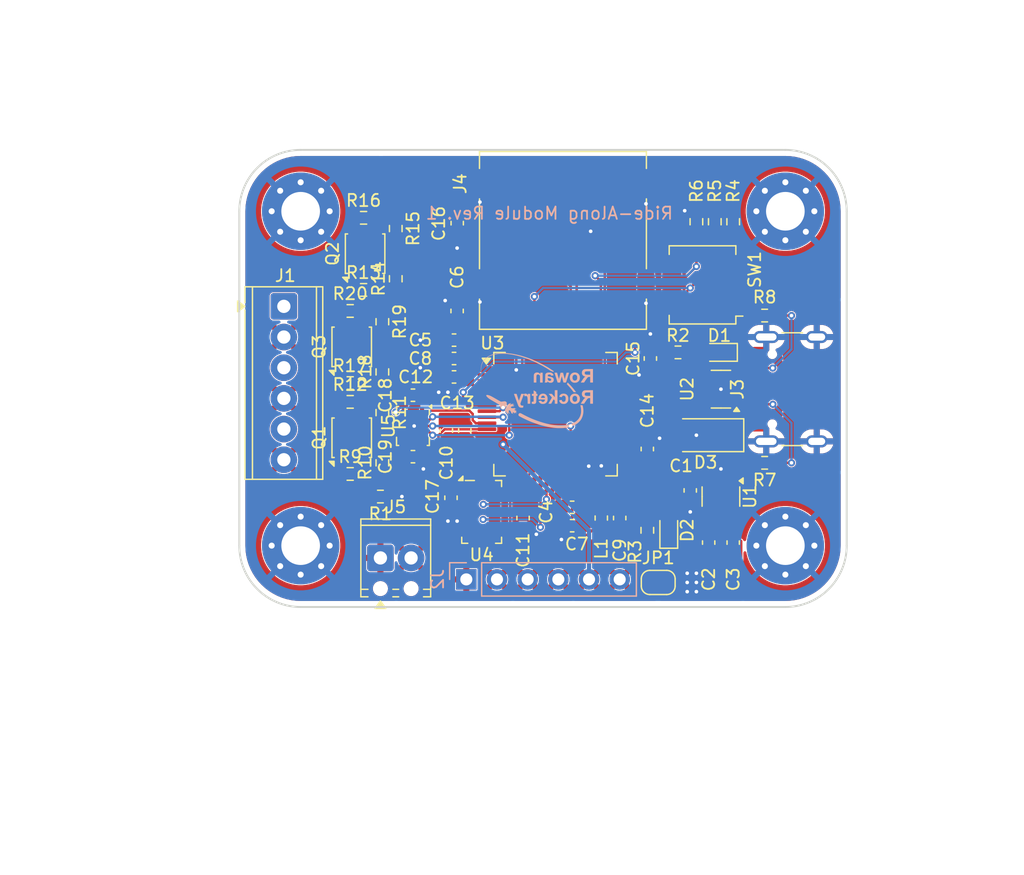
<source format=kicad_pcb>
(kicad_pcb (version 20241229) (generator "pcbnew") (generator_version "9.0")
  (layers (0 "F.Cu" signal) (2 "B.Cu" signal) (13 "F.Paste" user) (15 "B.Paste" user) (5 "F.SilkS" user "F.Silkscreen") (7 "B.SilkS" user "B.Silkscreen") (1 "F.Mask" user) (3 "B.Mask" user) (25 "Edge.Cuts" user))
  (net 0 "")
  (net 1 "/MCU/VDDSMPS")
  (net 2 "GNDD")
  (net 3 "+3.3V")
  (net 4 "/MCU/VDD11")
  (net 5 "+12V")
  (net 6 "GNDA")
  (net 7 "/MCU/VDDA")
  (net 8 "/MCU/VBAT")
  (net 9 "/V_USB")
  (net 10 "/NRST")
  (net 11 "/MCU/SD_CLK")
  (net 12 "/MCU/SD_DAT0")
  (net 13 "/MCU/SD_CMD")
  (net 14 "/MCU/USB_DP")
  (net 15 "/MCU/USB_DN")
  (net 16 "/BOOT0")
  (net 17 "/SD_EJECT")
  (net 18 "/IMU Sensors/pres_mosi")
  (net 19 "/IMU Sensors/imu_int2")
  (net 20 "Net-(D1-A)")
  (net 21 "/IMU Sensors/imu_miso")
  (net 22 "/MicroSD Card/SD_DAT2")
  (net 23 "/IMU Sensors/pres_miso")
  (net 24 "/IMU Sensors/imu_sclk")
  (net 25 "/IMU Sensors/pres_sclk")
  (net 26 "/IMU Sensors/imu_int1")
  (net 27 "/IMU Sensors/pres_cs")
  (net 28 "/IMU Sensors/imu_mosi")
  (net 29 "/IMU Sensors/imu_cs")
  (net 32 "/MicroSD Card/SD_DAT3")
  (net 33 "/MicroSD Card/SD_DAT1")
  (net 36 "Net-(U1-BP)")
  (net 37 "Net-(D2-A)")
  (net 38 "/Pyro Controller 2/Out")
  (net 39 "/Pyro Controller 1/Out")
  (net 40 "/Valve Controller/Out")
  (net 41 "Net-(J3-D--PadA7)")
  (net 42 "Net-(J3-CC2)")
  (net 43 "Net-(J3-D+-PadA6)")
  (net 46 "Net-(J3-CC1)")
  (net 47 "Net-(U3-VLXSMPS)")
  (net 48 "Net-(Q1-G)")
  (net 49 "Net-(Q2-G)")
  (net 50 "Net-(Q3-G)")
  (net 51 "/Pyro Controller 2/Fire")
  (net 52 "/Pyro Controller 2/Continutity")
  (net 53 "/Valve Controller/Fire")
  (net 54 "/Valve Controller/Continutity")
  (net 55 "/Pyro Controller 1/Fire")
  (net 56 "/Pyro Controller 1/Continutity")
  (net 88 "/Recovery Power")
  (footprint "Resistor_SMD:R_0603_1608Metric_Pad0.98x0.95mm_HandSolder" (layer "F.Cu") (at 127.161 77.978 90)
    (property "Reference" "R10")
    (property "Value" "1k")
  )
  (footprint "Resistor_SMD:R_0603_1608Metric_Pad0.98x0.95mm_HandSolder" (layer "F.Cu") (at 125.606 63.661)
    (property "Reference" "R13")
    (property "Value" "3.3k")
  )
  (footprint "Package_SO:Vishay_PowerPAK_1212-8_Single" (layer "F.Cu") (at 124.624 68.3755 90)
    (property "Reference" "Q3")
    (property "Value" "SiS454DN")
  )
  (footprint "MountingHole:MountingHole_3.2mm_M3_Pad_Via" (layer "F.Cu") (at 160.528 84.836)
    (property "Reference" "H1" (hide yes))
    (property "Value" "MountingHole_Pad")
  )
  (footprint "Resistor_SMD:R_0603_1608Metric_Pad0.98x0.95mm_HandSolder" (layer "F.Cu") (at 124.497 65.405)
    (property "Reference" "R20")
    (property "Value" "1k")
  )
  (footprint "Capacitor_SMD:C_0603_1608Metric_Pad1.08x0.95mm_HandSolder" (layer "F.Cu") (at 132.461 75.311 90)
    (property "Reference" "C10")
    (property "Value" "1uF")
  )
  (footprint "TerminalBlock_Phoenix:TerminalBlock_Phoenix_MPT-0,5-6-2.54_1x06_P2.54mm_Horizontal" (layer "F.Cu") (at 119.0045 65.024 -90)
    (property "Reference" "J1")
    (property "Value" "Screw_Terminal_01x08")
  )
  (footprint "Resistor_SMD:R_0603_1608Metric_Pad0.98x0.95mm_HandSolder" (layer "F.Cu") (at 124.497 72.932)
    (property "Reference" "R12")
    (property "Value" "1k")
  )
  (footprint "Resistor_SMD:R_0603_1608Metric_Pad0.98x0.95mm_HandSolder" (layer "F.Cu") (at 153.162 58.0155 90)
    (property "Reference" "R6")
    (property "Value" "10k")
  )
  (footprint "Resistor_SMD:R_0603_1608Metric" (layer "F.Cu") (at 151.638 68.834)
    (property "Reference" "R2")
    (property "Value" "1k")
  )
  (footprint "Package_SO:Vishay_PowerPAK_1212-8_Single" (layer "F.Cu") (at 124.624 75.9025 90)
    (property "Reference" "Q1")
    (property "Value" "SiS454DN")
  )
  (footprint "MountingHole:MountingHole_3.2mm_M3_Pad_Via" (layer "F.Cu") (at 120.396 57.15)
    (property "Reference" "H4" (hide yes))
    (property "Value" "MountingHole_Pad")
  )
  (footprint "Capacitor_SMD:C_0603_1608Metric" (layer "F.Cu") (at 152.654 80.264 -90)
    (property "Reference" "C1")
    (property "Value" "1uF")
  )
  (footprint "Package_LGA:LGA-8_3x5mm_P1.25mm" (layer "F.Cu") (at 135.382 82.042)
    (property "Reference" "U4")
    (property "Value" "MS5607-02BA")
  )
  (footprint "Capacitor_SMD:C_0603_1608Metric_Pad1.08x0.95mm_HandSolder" (layer "F.Cu") (at 133.096 70.866 180)
    (property "Reference" "C12")
    (property "Value" "100nF")
  )
  (footprint "Capacitor_SMD:C_0603_1608Metric" (layer "F.Cu") (at 154.178 84.582 -90)
    (property "Reference" "C2")
    (property "Value" "0.01uF")
  )
  (footprint "Package_LGA:LGA-14_3x2.5mm_P0.5mm_LayoutBorder3x4y" (layer "F.Cu") (at 129.6935 74.93 -90)
    (property "Reference" "U5")
    (property "Value" "LSM6DSL")
  )
  (footprint "MountingHole:MountingHole_3.2mm_M3_Pad_Via" (layer "F.Cu") (at 120.396 84.836)
    (property "Reference" "H3" (hide yes))
    (property "Value" "MountingHole_Pad")
  )
  (footprint "Resistor_SMD:R_0603_1608Metric_Pad0.98x0.95mm_HandSolder" (layer "F.Cu") (at 128.27 62.738 90)
    (property "Reference" "R14")
    (property "Value" "1k")
  )
  (footprint "Capacitor_SMD:C_0603_1608Metric_Pad1.08x0.95mm_HandSolder" (layer "F.Cu") (at 142.875 81.661 180)
    (property "Reference" "C4")
    (property "Value" "10uF")
  )
  (footprint "Resistor_SMD:R_0603_1608Metric_Pad0.98x0.95mm_HandSolder" (layer "F.Cu") (at 125.606 57.692)
    (property "Reference" "R16")
    (property "Value" "1k")
  )
  (footprint "Capacitor_SMD:C_0603_1608Metric" (layer "F.Cu") (at 156.21 84.582 -90)
    (property "Reference" "C3")
    (property "Value" "1uF")
  )
  (footprint "Resistor_SMD:R_0603_1608Metric_Pad0.98x0.95mm_HandSolder" (layer "F.Cu") (at 127.161 66.294 -90)
    (property "Reference" "R19")
    (property "Value" "1k")
  )
  (footprint "Resistor_SMD:R_0603_1608Metric" (layer "F.Cu") (at 127 80.772 180)
    (property "Reference" "R1")
    (property "Value" "1k")
  )
  (footprint "Resistor_SMD:R_0603_1608Metric_Pad0.98x0.95mm_HandSolder" (layer "F.Cu") (at 154.686 58.0155 90)
    (property "Reference" "R5")
    (property "Value" "10k")
  )
  (footprint "Resistor_SMD:R_0603_1608Metric" (layer "F.Cu") (at 158.813 65.786 180)
    (property "Reference" "R8")
    (property "Value" "5.1k")
  )
  (footprint "Package_TO_SOT_SMD:SOT-23-5" (layer "F.Cu") (at 155.194 80.772 -90)
    (property "Reference" "U1")
    (property "Value" "TC2185-3.3VxCTTR")
  )
  (footprint "Resistor_SMD:R_0603_1608Metric" (layer "F.Cu") (at 158.813 77.978 180)
    (property "Reference" "R7")
    (property "Value" "5.1k")
  )
  (footprint "Jumper:SolderJumper-2_P1.3mm_Open_RoundedPad1.0x1.5mm" (layer "F.Cu") (at 150.002 87.884 180)
    (property "Reference" "JP1")
    (property "Value" "SolderJumper_2_Open")
  )
  (footprint "Resistor_SMD:R_0603_1608Metric_Pad0.98x0.95mm_HandSolder" (layer "F.Cu") (at 128.27 58.581 -90)
    (property "Reference" "R15")
    (property "Value" "1k")
  )
  (footprint "Resistor_SMD:R_0603_1608Metric_Pad0.98x0.95mm_HandSolder" (layer "F.Cu") (at 124.497 78.901)
    (property "Reference" "R9")
    (property "Value" "3.3k")
  )
  (footprint "TerminalBlock_Phoenix:TerminalBlock_Phoenix_MPT-0,5-2-2.54_1x02_P2.54mm_Horizontal" (layer "F.Cu") (at 127 85.852)
    (property "Reference" "J5")
    (property "Value" "Screw_Terminal_01x02")
  )
  (footprint "MountingHole:MountingHole_3.2mm_M3_Pad_Via" (layer "F.Cu") (at 160.528 57.15)
    (property "Reference" "H2" (hide yes))
    (property "Value" "MountingHole_Pad")
  )
  (footprint "Capacitor_SMD:C_0603_1608Metric_Pad1.08x0.95mm_HandSolder" (layer "F.Cu") (at 133.359 58.1345 -90)
    (property "Reference" "C16")
    (property "Value" "10u")
  )
  (footprint "Capacitor_SMD:C_0603_1608Metric_Pad1.08x0.95mm_HandSolder" (layer "F.Cu") (at 133.096 69.342 180)
    (property "Reference" "C8")
    (property "Value" "100nF")
  )
  (footprint "Capacitor_SMD:C_0603_1608Metric_Pad1.08x0.95mm_HandSolder" (layer "F.Cu") (at 149.098 76.835 90)
    (property "Reference" "C14")
    (property "Value" "100nF")
  )
  (footprint "Package_TO_SOT_SMD:SOT-23-6" (layer "F.Cu") (at 155.194 71.882 180)
    (property "Reference" "U2")
    (property "Value" "USBLC6-2SC6")
  )
  (footprint "Resistor_SMD:R_0603_1608Metric_Pad0.98x0.95mm_HandSolder" (layer "F.Cu") (at 127.161 73.821 -90)
    (property "Reference" "R11")
    (property "Value" "1k")
  )
  (footprint "Button_Switch_SMD:SW_DIP_SPSTx04_Slide_Copal_CHS-04A_W5.08mm_P1.27mm_JPin" (layer "F.Cu") (at 153.67 63.246 180)
    (property "Reference" "SW1")
    (property "Value" "SW_DIP_x03")
  )
  (footprint "Capacitor_SMD:C_0603_1608Metric_Pad1.08x0.95mm_HandSolder" (layer "F.Cu") (at 133.985 75.311 90)
    (property "Reference" "C13")
    (property "Value" "100nF")
  )
  (footprint "Capacitor_SMD:C_0603_1608Metric_Pad1.08x0.95mm_HandSolder" (layer "F.Cu") (at 142.875 83.185 180)
    (property "Reference" "C7")
    (property "Value" "100nF")
  )
  (footprint "Capacitor_SMD:C_0603_1608Metric_Pad1.08x0.95mm_HandSolder" (layer "F.Cu") (at 133.35 65.405 90)
    (property "Reference" "C6")
    (property "Value" "2.2uF")
  )
  (footprint "Capacitor_SMD:C_0603_1608Metric_Pad1.08x0.95mm_HandSolder" (layer "F.Cu") (at 138.811 82.55 -90)
    (property "Reference" "C11")
    (property "Value" "100nF")
  )
  (footprint "Connector_Card:microSD_HC_Molex_47219-2001" (layer "F.Cu") (at 142.113 59.563)
    (property "Reference" "J4")
    (property "Value" "Micro_SD_Card")
  )
  (footprint "Resistor_SMD:R_0603_1608Metric_Pad0.98x0.95mm_HandSolder" (layer "F.Cu") (at 127.161 70.451 90)
    (property "Reference" "R18")
    (property "Value" "1k")
  )
  (footprint "Capacitor_SMD:C_0603_1608Metric_Pad1.08x0.95mm_HandSolder" (layer "F.Cu") (at 129.6935 77.47)
    (property "Reference" "C19")
    (property "Value" "100nF")
  )
  (footprint "Resistor_SMD:R_0603_1608Metric_Pad0.98x0.95mm_HandSolder" (layer "F.Cu") (at 156.21 58.0155 90)
    (property "Reference" "R4")
    (property "Value" "10k")
  )
  (footprint "Capacitor_SMD:C_0603_1608Metric_Pad1.08x0.95mm_HandSolder" (layer "F.Cu") (at 132.842 80.8725 -90)
    (property "Reference" "C17")
    (property "Value" "100nF")
  )
  (footprint "Capacitor_SMD:C_0603_1608Metric_Pad1.08x0.95mm_HandSolder" (layer "F.Cu") (at 146.812 82.55 -90)
    (property "Reference" "C9")
    (property "Value" "2.2uF")
  )
  (footprint "Resistor_SMD:R_0603_1608Metric" (layer "F.Cu") (at 149.098 83.566 -90)
    (property "Reference" "R3")
    (property "Value" "1k")
  )
  (footprint "LED_SMD:LED_0603_1608Metric" (layer "F.Cu") (at 150.876 83.566 90)
    (property "Reference" "D2")
    (property "Value" "LED")
  )
  (footprint "LED_SMD:LED_0603_1608Metric" (layer "F.Cu") (at 155.067 68.834 180)
    (property "Reference" "D1")
    (property "Value" "LED")
  )
  (footprint "Capacitor_SMD:C_0603_1608Metric_Pad1.08x0.95mm_HandSolder" (layer "F.Cu") (at 129.6935 72.3795)
    (property "Reference" "C18")
    (property "Value" "10uF")
  )
  (footprint "Capacitor_SMD:C_0603_1608Metric_Pad1.08x0.95mm_HandSolder" (layer "F.Cu") (at 133.096 67.818 180)
    (property "Reference" "C5")
    (property "Value" "10uF")
  )
  (footprint "Diode_SMD:D_SOD-128" (layer "F.Cu") (at 153.924 75.692 180)
    (property "Reference" "D3")
    (property "Value" "VS5V0UA1LAMTR")
  )
  (footprint "Resistor_SMD:R_0603_1608Metric_Pad0.98x0.95mm_HandSolder" (layer "F.Cu") (at 124.497 71.374)
    (property "Reference" "R17")
    (property "Value" "3.3k")
  )
  (footprint "Package_SO:Vishay_PowerPAK_1212-8_Single" (layer "F.Cu") (at 125.733 60.6625 90)
    (property "Reference" "Q2")
    (property "Value" "SiS454DN")
  )
  (footprint "Connector_USB:USB_C_Receptacle_GCT_USB4105-xx-A_16P_TopMnt_Horizontal" (layer "F.Cu") (at 162.052 71.882 90)
    (property "Reference" "J3")
    (property "Value" "USB_C_Receptacle_USB2.0_16P")
  )
  (footprint "Inductor_SMD:L_0603_1608Metric_Pad1.05x0.95mm_HandSolder" (layer "F.Cu") (at 145.288 82.55 -90)
    (property "Reference" "L1")
    (property "Value" "2.2uH")
  )
  (footprint "Package_QFP:LQFP-64_10x10mm_P0.5mm" (layer "F.Cu") (at 141.499 73.951)
    (property "Reference" "U3")
    (property "Value" "STM32U545RETxQ")
  )
  (footprint "Capacitor_SMD:C_0603_1608Metric_Pad1.08x0.95mm_HandSolder" (layer "F.Cu") (at 149.352 69.342 90)
    (property "Reference" "C15")
    (property "Value" "100nF")
  )
  (footprint "LOGO" (layer "B.Cu") (at 139.954 71.755 180)
    (property "Reference" "G***" (hide yes))
    (property "Value" "LOGO" (hide yes))
  )
  (footprint "Connector_PinHeader_2.54mm:PinHeader_1x06_P2.54mm_Vertical" (layer "B.Cu") (at 134.112 87.63 -90)
    (property "Reference" "J2")
    (property "Value" "Conn_01x06_Pin")
  )
  (gr_line (start 160.528 52.069998) (end 120.396002 52.069998) (stroke (width 0.16)) (layer "Edge.Cuts"))
  (gr_arc (start 115.316 57.15) (mid 116.803898 53.557897) (end 120.396002 52.069998) (stroke (width 0.16)) (layer "Edge.Cuts"))
  (gr_line (start 115.316 57.15) (end 115.316 84.836) (stroke (width 0.16)) (layer "Edge.Cuts"))
  (gr_line (start 120.396002 89.916002) (end 160.528 89.916002) (stroke (width 0.16)) (layer "Edge.Cuts"))
  (gr_line (start 165.608002 84.836) (end 165.608002 57.15) (stroke (width 0.16)) (layer "Edge.Cuts"))
  (gr_arc (start 160.528 52.069998) (mid 164.120104 53.557896) (end 165.608002 57.15) (stroke (width 0.16)) (layer "Edge.Cuts"))
  (gr_arc (start 165.608002 84.836) (mid 164.120104 88.428104) (end 160.528 89.916002) (stroke (width 0.16)) (layer "Edge.Cuts"))
  (gr_arc (start 120.396002 89.916002) (mid 116.803897 88.428105) (end 115.316 84.836) (stroke (width 0.16)) (layer "Edge.Cuts"))
  (gr_text "Ride-Along Module Rev. 1" (at 140.987 57.912 -0) (layer "B.SilkS") (effects (font (size 1.016 1.016) (thickness 0.145143)) (justify bottom mirror)))
  (segment (start 143.761 79.638) (end 143.749 79.626) (width 0.2) (layer "F.Cu") (net 1))
  (segment (start 133.359 58.997) (end 133.359 60.189) (width 0.2) (layer "F.Cu") (net 2))
  (segment (start 150.0875 75.9725) (end 150.114 75.946) (width 0.2) (layer "F.Cu") (net 2))
  (segment (start 149.098 75.9725) (end 150.0875 75.9725) (width 0.2) (layer "F.Cu") (net 2))
  (segment (start 133.35 64.5425) (end 132.3605 64.5425) (width 0.2) (layer "F.Cu") (net 2))
  (segment (start 127.825 80.772) (end 128.778 80.772) (width 0.2) (layer "F.Cu") (net 2))
  (segment (start 148.988 54.863) (end 148.988 56.532) (width 0.2) (layer "F.Cu") (net 2))
  (segment (start 148.298 70.701) (end 147.174 70.701) (width 0.2) (layer "F.Cu") (net 2))
  (segment (start 155.194 79.6345) (end 155.194 78.486) (width 0.2) (layer "F.Cu") (net 2))
  (segment (start 145.249 78.271) (end 145.249 79.626) (width 0.2) (layer "F.Cu") (net 2))
  (segment (start 156.3315 71.882) (end 155.194 71.882) (width 0.2) (layer "F.Cu") (net 2))
  (segment (start 135.238 54.863) (end 135.238 56.388) (width 0.2) (layer "F.Cu") (net 2))
  (segment (start 152.654 81.039) (end 152.654 82.042) (width 0.2) (layer "F.Cu") (net 2))
  (segment (start 151.724 75.692) (end 153.162 75.692) (width 0.2) (layer "F.Cu") (net 2))
  (segment (start 135.238 56.388) (end 135.238 56.498) (width 0.2) (layer "F.Cu") (net 2))
  (segment (start 130.556 77.47) (end 130.556 78.486) (width 0.2) (layer "F.Cu") (net 2))
  (segment (start 154.686 57.103) (end 152.193 57.103) (width 0.2) (layer "F.Cu") (net 2))
  (segment (start 133.359 60.189) (end 133.35 60.198) (width 0.2) (layer "F.Cu") (net 2))
  (segment (start 148.988 64.77) (end 148.988 64.88) (width 0.2) (layer "F.Cu") (net 2))
  (segment (start 144.408 57.463) (end 144.408 58.81) (width 0.2) (layer "F.Cu") (net 2))
  (segment (start 135.238 63.163) (end 135.238 64.66) (width 0.2) (layer "F.Cu") (net 2))
  (segment (start 139.909427 83.896757) (end 139.42517 83.4125) (width 0.2) (layer "F.Cu") (net 2))
  (segment (start 148.988 63.163) (end 148.988 64.77) (width 0.2) (layer "F.Cu") (net 2))
  (segment (start 149.352 68.4795) (end 149.352 67.31) (width 0.2) (layer "F.Cu") (net 2))
  (segment (start 144.249 78.255) (end 144.249 79.626) (width 0.2) (layer "F.Cu") (net 2))
  (segment (start 138.249 68.276) (end 138.249 70.285) (width 0.2) (layer "F.Cu") (net 2))
  (segment (start 145.288 78.232) (end 145.249 78.271) (width 0.2) (layer "F.Cu") (net 2))
  (segment (start 139.42517 83.4125) (end 138.811 83.4125) (width 0.2) (layer "F.Cu") (net 2))
  (via (at 132.3605 64.5425) (size 0.6) (drill 0.3) (layers "F.Cu" "B.Cu") (net 2))
  (via (at 155.194 78.486) (size 0.6) (drill 0.3) (layers "F.Cu" "B.Cu") (net 2))
  (via (at 152.4 87.884) (size 0.6) (drill 0.3) (layers "F.Cu" "B.Cu") (net 2))
  (via (at 130.302 70.104) (size 0.6) (drill 0.3) (layers "F.Cu" "B.Cu") (net 2))
  (via (at 150.114 75.946) (size 0.6) (drill 0.3) (layers "F.Cu" "B.Cu") (net 2))
  (via (at 133.35 60.198) (size 0.6) (drill 0.3) (layers "F.Cu" "B.Cu") (net 2))
  (via (at 138.249 70.285) (size 0.6) (drill 0.3) (layers "F.Cu" "B.Cu") (net 2))
  (via (at 132.588 72.136) (size 0.6) (drill 0.3) (layers "F.Cu" "B.Cu") (net 2))
  (via (at 152.4 88.646) (size 0.6) (drill 0.3) (layers "F.Cu" "B.Cu") (net 2))
  (via (at 131.826 72.136) (size 0.6) (drill 0.3) (layers "F.Cu" "B.Cu") (net 2))
  (via (at 135.238 64.66) (size 0.6) (drill 0.3) (layers "F.Cu" "B.Cu") (net 2))
  (via (at 148.988 64.77) (size 0.6) (drill 0.3) (layers "F.Cu" "B.Cu") (net 2))
  (via (at 129.794 74.93) (size 0.6) (drill 0.3) (layers "F.Cu" "B.Cu") (net 2))
  (via (at 144.408 58.81) (size 0.6) (drill 0.3) (layers "F.Cu" "B.Cu") (net 2))
  (via (at 130.302 67.818) (size 0.6) (drill 0.3) (layers "F.Cu" "B.Cu") (net 2))
  (via (at 135.238 56.388) (size 0.6) (drill 0.3) (layers "F.Cu" "B.Cu") (net 2))
  (via (at 130.556 78.486) (size 0.6) (drill 0.3) (layers "F.Cu" "B.Cu") (net 2))
  (via (at 132.588 82.804) (size 0.6) (drill 0.3) (layers "F.Cu" "B.Cu") (net 2))
  (via (at 153.162 87.122) (size 0.6) (drill 0.3) (layers "F.Cu" "B.Cu") (net 2))
  (via (at 141.986 84.328) (size 0.6) (drill 0.3) (layers "F.Cu" "B.Cu") (net 2))
  (via (at 153.162 75.692) (size 0.6) (drill 0.3) (layers "F.Cu" "B.Cu") (net 2))
  (via (at 133.35 82.804) (size 0.6) (drill 0.3) (layers "F.Cu" "B.Cu") (net 2))
  (via (at 149.352 67.31) (size 0.6) (drill 0.3) (layers "F.Cu" "B.Cu") (net 2))
  (via (at 128.778 80.772) (size 0.6) (drill 0.3) (layers "F.Cu" "B.Cu") (net 2))
  (via (at 148.4122 70.701) (size 0.6) (drill 0.3) (layers "F.Cu" "B.Cu") (net 2))
  (via (at 139.909427 83.896757) (size 0.6) (drill 0.3) (layers "F.Cu" "B.Cu") (net 2))
  (via (at 148.988 56.532) (size 0.6) (drill 0.3) (layers "F.Cu" "B.Cu") (net 2))
  (via (at 152.654 82.042) (size 0.6) (drill 0.3) (layers "F.Cu" "B.Cu") (net 2))
  (via (at 152.4 87.122) (size 0.6) (drill 0.3) (layers "F.Cu" "B.Cu") (net 2))
  (via (at 155.194 71.882) (size 0.6) (drill 0.3) (layers "F.Cu" "B.Cu") (net 2))
  (via (at 153.162 88.646) (size 0.6) (drill 0.3) (layers "F.Cu" "B.Cu") (net 2))
  (via (at 152.193 57.103) (size 0.6) (drill 0.3) (layers "F.Cu" "B.Cu") (net 2))
  (via (at 145.288 78.232) (size 0.6) (drill 0.3) (layers "F.Cu" "B.Cu") (net 2))
  (via (at 153.162 87.884) (size 0.6) (drill 0.3) (layers "F.Cu" "B.Cu") (net 2))
  (via (at 144.249 78.255) (size 0.6) (drill 0.3) (layers "F.Cu" "B.Cu") (net 2))
  (segment (start 156.144 81.9095) (end 156.144 83.741) (width 0.2) (layer "F.Cu") (net 3))
  (segment (start 156.144 83.741) (end 156.21 83.807) (width 0.2) (layer "F.Cu") (net 3))
  (segment (start 138.749 73.217) (end 138.749 68.276) (width 0.2) (layer "F.Cu") (net 4))
  (segment (start 143.764 74.422) (end 139.954 74.422) (width 0.2) (layer "F.Cu") (net 4))
  (segment (start 138.749 66.994) (end 138.0225 66.2675) (width 0.2) (layer "F.Cu") (net 4))
  (segment (start 144.749 75.407) (end 143.764 74.422) (width 0.2) (layer "F.Cu") (net 4))
  (segment (start 138.749 68.276) (end 138.749 66.994) (width 0.2) (layer "F.Cu") (net 4))
  (segment (start 144.749 79.626) (end 144.749 75.407) (width 0.2) (layer "F.Cu") (net 4))
  (segment (start 139.954 74.422) (end 138.749 73.217) (width 0.2) (layer "F.Cu") (net 4))
  (segment (start 138.0225 66.2675) (end 133.35 66.2675) (width 0.2) (layer "F.Cu") (net 4))
  (via (at 137.16 76.454) (size 0.6) (drill 0.3) (layers "F.Cu" "B.Cu") (net 6))
  (segment (start 144.272 83.566) (end 137.16 76.454) (width 0.3556) (layer "B.Cu") (net 6))
  (segment (start 144.272 87.884) (end 144.272 83.566) (width 0.3556) (layer "B.Cu") (net 6))
  (segment (start 150.46 70.203) (end 148.844 70.203) (width 0.1778) (layer "F.Cu") (net 9))
  (segment (start 150.813 69.85) (end 150.813 68.834) (width 0.1778) (layer "F.Cu") (net 9))
  (segment (start 150.813 69.85) (end 156.718 69.85) (width 0.1778) (layer "F.Cu") (net 9))
  (segment (start 157.086 69.482) (end 158.372 69.482) (width 0.1778) (layer "F.Cu") (net 9))
  (segment (start 150.813 68.9215) (end 150.7255 68.834) (width 0.1778) (layer "F.Cu") (net 9))
  (segment (start 150.813 69.85) (end 150.46 70.203) (width 0.1778) (layer "F.Cu") (net 9))
  (segment (start 148.842 70.201) (end 148.844 70.203) (width 0.1778) (layer "F.Cu") (net 9))
  (segment (start 147.174 70.201) (end 148.842 70.201) (width 0.1778) (layer "F.Cu") (net 9))
  (segment (start 156.718 69.85) (end 157.086 69.482) (width 0.1778) (layer "F.Cu") (net 9))
  (segment (start 156.21 58.928) (end 156.21 59.944) (width 0.2) (layer "F.Cu") (net 10))
  (segment (start 134.161 73.201) (end 133.858 72.898) (width 0.2) (layer "F.Cu") (net 10))
  (segment (start 155.194 60.96) (end 155.194 62.23) (width 0.2) (layer "F.Cu") (net 10))
  (segment (start 148.082 66.802) (end 149.733 65.151) (width 0.2) (layer "F.Cu") (net 10))
  (segment (start 148.082 68.834) (end 148.082 66.802) (width 0.2) (layer "F.Cu") (net 10))
  (segment (start 149.733 65.151) (end 151.13 65.151) (width 0.2) (layer "F.Cu") (net 10))
  (segment (start 155.194 62.23) (end 152.273 65.151) (width 0.2) (layer "F.Cu") (net 10))
  (segment (start 133.858 72.898) (end 133.858 72.136) (width 0.2) (layer "F.Cu") (net 10))
  (segment (start 156.21 59.944) (end 155.194 60.96) (width 0.2) (layer "F.Cu") (net 10))
  (segment (start 135.824 73.201) (end 134.161 73.201) (width 0.2) (layer "F.Cu") (net 10))
  (segment (start 152.273 65.151) (end 151.13 65.151) (width 0.2) (layer "F.Cu") (net 10))
  (via (at 148.082 68.834) (size 0.6) (drill 0.3) (layers "F.Cu" "B.Cu") (net 10))
  (via (at 133.858 72.136) (size 0.6) (drill 0.3) (layers "F.Cu" "B.Cu") (net 10))
  (segment (start 147.32 68.834) (end 146.558 69.596) (width 0.2) (layer "B.Cu") (net 10))
  (segment (start 136.398 69.596) (end 133.858 72.136) (width 0.2) (layer "B.Cu") (net 10))
  (segment (start 146.558 69.596) (end 136.398 69.596) (width 0.2) (layer "B.Cu") (net 10))
  (segment (start 148.082 68.834) (end 147.32 68.834) (width 0.2) (layer "B.Cu") (net 10))
  (segment (start 143.249 57.531) (end 143.181 57.463) (width 0.2) (layer "F.Cu") (net 11))
  (segment (start 143.249 68.276) (end 143.249 57.531) (width 0.2) (layer "F.Cu") (net 11))
  (segment (start 145.948 74.701) (end 145.5762 74.3292) (width 0.2) (layer "F.Cu") (net 12))
  (segment (start 145.5762 74.3292) (end 145.5762 57.6582) (width 0.2) (layer "F.Cu") (net 12))
  (segment (start 145.5762 57.6582) (end 145.381 57.463) (width 0.2) (layer "F.Cu") (net 12))
  (segment (start 147.174 74.701) (end 145.948 74.701) (width 0.2) (layer "F.Cu") (net 12))
  (segment (start 141.097 57.579) (end 140.981 57.463) (width 0.2) (layer "F.Cu") (net 13))
  (segment (start 142.749 63.374) (end 141.097 61.722) (width 0.2) (layer "F.Cu") (net 13))
  (segment (start 142.749 68.276) (end 142.749 63.374) (width 0.2) (layer "F.Cu") (net 13))
  (segment (start 141.097 61.722) (end 141.097 57.579) (width 0.2) (layer "F.Cu") (net 13))
  (segment (start 152.327 71.701) (end 147.174 71.701) (width 0.2) (layer "F.Cu") (net 14))
  (segment (start 154.0565 70.932) (end 153.096 70.932) (width 0.2) (layer "F.Cu") (net 14))
  (segment (start 153.096 70.932) (end 152.327 71.701) (width 0.2) (layer "F.Cu") (net 14))
  (segment (start 152.338 72.201) (end 147.174 72.201) (width 0.2) (layer "F.Cu") (net 15))
  (segment (start 152.969 72.832) (end 152.338 72.201) (width 0.2) (layer "F.Cu") (net 15))
  (segment (start 154.0565 72.832) (end 152.969 72.832) (width 0.2) (layer "F.Cu") (net 15))
  (segment (start 152.654 63.5) (end 154.686 61.468) (width 0.2) (layer "F.Cu") (net 16))
  (segment (start 152.273 63.881) (end 152.654 63.5) (width 0.2) (layer "F.Cu") (net 16))
  (segment (start 139.749 64.213) (end 139.749 68.276) (width 0.2) (layer "F.Cu") (net 16))
  (segment (start 154.686 61.468) (end 154.686 58.928) (width 0.2) (layer "F.Cu") (net 16))
  (segment (start 151.13 63.881) (end 152.273 63.881) (width 0.2) (layer "F.Cu") (net 16))
  (via (at 152.654 63.5) (size 0.6) (drill 0.3) (layers "F.Cu" "B.Cu") (net 16))
  (via (at 139.749 64.213) (size 0.6) (drill 0.3) (layers "F.Cu" "B.Cu") (net 16))
  (segment (start 140.462 63.5) (end 139.749 64.213) (width 0.2) (layer "B.Cu") (net 16))
  (segment (start 152.654 63.5) (end 140.462 63.5) (width 0.2) (layer "B.Cu") (net 16))
  (segment (start 153.162 61.722) (end 153.162 58.928) (width 0.2) (layer "F.Cu") (net 17))
  (segment (start 145.249 68.276) (end 145.249 62.953) (width 0.2) (layer "F.Cu") (net 17))
  (segment (start 145.249 62.953) (end 144.78 62.484) (width 0.2) (layer "F.Cu") (net 17))
  (segment (start 152.273 62.611) (end 151.13 62.611) (width 0.2) (layer "F.Cu") (net 17))
  (segment (start 153.162 61.722) (end 152.273 62.611) (width 0.2) (layer "F.Cu") (net 17))
  (via (at 144.78 62.484) (size 0.6) (drill 0.3) (layers "F.Cu" "B.Cu") (net 17))
  (via (at 153.162 61.722) (size 0.6) (drill 0.3) (layers "F.Cu" "B.Cu") (net 17))
  (segment (start 152.4 62.484) (end 144.78 62.484) (width 0.2) (layer "B.Cu") (net 17))
  (segment (start 153.162 61.722) (end 152.4 62.484) (width 0.2) (layer "B.Cu") (net 17))
  (segment (start 140.749 80.993) (end 140.749 79.626) (width 0.2) (layer "F.Cu") (net 18))
  (segment (start 136.457 81.417) (end 135.519 81.417) (width 0.2) (layer "F.Cu") (net 18))
  (via (at 140.749 80.993) (size 0.6) (drill 0.3) (layers "F.Cu" "B.Cu") (net 18))
  (via (at 135.519 81.417) (size 0.6) (drill 0.3) (layers "F.Cu" "B.Cu") (net 18))
  (segment (start 140.716 81.026) (end 140.716 81.046) (width 0.2) (layer "B.Cu") (net 18))
  (segment (start 140.749 80.993) (end 140.716 81.026) (width 0.2) (layer "B.Cu") (net 18))
  (segment (start 140.716 81.046) (end 140.345 81.417) (width 0.2) (layer "B.Cu") (net 18))
  (segment (start 140.345 81.417) (end 135.519 81.417) (width 0.2) (layer "B.Cu") (net 18))
  (segment (start 131.318 76.708) (end 129.54 76.708) (width 0.2) (layer "F.Cu") (net 19))
  (segment (start 131.8088 76.2172) (end 131.318 76.708) (width 0.2) (layer "F.Cu") (net 19))
  (segment (start 131.8088 75.695144) (end 131.8088 76.2172) (width 0.2) (layer "F.Cu") (net 19))
  (segment (start 132.045144 75.4588) (end 131.8088 75.695144) (width 0.2) (layer "F.Cu") (net 19))
  (segment (start 129.4435 76.6115) (end 129.4435 76.0925) (width 0.2) (layer "F.Cu") (net 19))
  (segment (start 132.0592 75.4588) (end 132.045144 75.4588) (width 0.2) (layer "F.Cu") (net 19))
  (segment (start 129.54 76.708) (end 129.4435 76.6115) (width 0.2) (layer "F.Cu") (net 19))
  (segment (start 135.824 75.201) (end 132.317 75.201) (width 0.2) (layer "F.Cu") (net 19))
  (segment (start 132.317 75.201) (end 132.0592 75.4588) (width 0.2) (layer "F.Cu") (net 19))
  (segment (start 152.5505 68.834) (end 154.192 68.834) (width 0.2) (layer "F.Cu") (net 20))
  (segment (start 131.064 73.66) (end 134.366 73.66) (width 0.2) (layer "F.Cu") (net 21))
  (segment (start 130.9565 73.7675) (end 131.064 73.66) (width 0.2) (layer "F.Cu") (net 21))
  (segment (start 134.6372 74.4392) (end 134.899 74.701) (width 0.2) (layer "F.Cu") (net 21))
  (segment (start 134.899 74.701) (end 135.824 74.701) (width 0.2) (layer "F.Cu") (net 21))
  (segment (start 134.366 73.66) (end 134.6372 73.9312) (width 0.2) (layer "F.Cu") (net 21))
  (segment (start 134.6372 73.9312) (end 134.6372 74.4392) (width 0.2) (layer "F.Cu") (net 21))
  (segment (start 130.4435 73.7675) (end 130.9565 73.7675) (width 0.2) (layer "F.Cu") (net 21))
  (segment (start 140.249 83.312) (end 140.249 79.626) (width 0.2) (layer "F.Cu") (net 23))
  (segment (start 136.457 82.667) (end 135.499 82.667) (width 0.2) (layer "F.Cu") (net 23))
  (via (at 135.499 82.667) (size 0.6) (drill 0.3) (layers "F.Cu" "B.Cu") (net 23))
  (via (at 140.249 83.312) (size 0.6) (drill 0.3) (layers "F.Cu" "B.Cu") (net 23))
  (segment (start 140.249 83.312) (end 140.228 83.312) (width 0.2) (layer "B.Cu") (net 23))
  (segment (start 140.228 83.312) (end 139.583 82.667) (width 0.2) (layer "B.Cu") (net 23))
  (segment (start 139.583 82.667) (end 135.499 82.667) (width 0.2) (layer "B.Cu") (net 23))
  (segment (start 142.749 79.626) (end 142.749 74.931) (width 0.2) (layer "F.Cu") (net 24))
  (segment (start 130.606 74.93) (end 131.318 74.93) (width 0.2) (layer "F.Cu") (net 24))
  (via (at 142.748 74.93) (size 0.6) (drill 0.3) (layers "F.Cu" "B.Cu") (net 24))
  (via (at 131.318 74.93) (size 0.6) (drill 0.3) (layers "F.Cu" "B.Cu") (net 24))
  (segment (start 131.318 74.93) (end 142.748 74.93) (width 0.2) (layer "B.Cu") (net 24))
  (segment (start 137.003 80.167) (end 136.457 80.167) (width 0.2) (layer "F.Cu") (net 25))
  (segment (start 137.16 77.47) (end 137.16 80.01) (width 0.2) (layer "F.Cu") (net 25))
  (segment (start 136.891 77.201) (end 137.16 77.47) (width 0.2) (layer "F.Cu") (net 25))
  (segment (start 135.824 77.201) (end 136.891 77.201) (width 0.2) (layer "F.Cu") (net 25))
  (segment (start 137.16 80.01) (end 137.003 80.167) (width 0.2) (layer "F.Cu") (net 25))
  (segment (start 128.27 73.7675) (end 128.1235 73.7675) (width 0.2) (layer "F.Cu") (net 26))
  (segment (start 128.9435 73.7675) (end 128.27 73.7675) (width 0.2) (layer "F.Cu") (net 26))
  (segment (start 137.16 73.406) (end 136.865 73.701) (width 0.2) (layer "F.Cu") (net 26))
  (segment (start 136.865 73.701) (end 135.824 73.701) (width 0.2) (layer "F.Cu") (net 26))
  (via (at 137.16 73.406) (size 0.6) (drill 0.3) (layers "F.Cu" "B.Cu") (net 26))
  (via (at 128.27 73.7675) (size 0.6) (drill 0.3) (layers "F.Cu" "B.Cu") (net 26))
  (segment (start 137.16 73.406) (end 128.6315 73.406) (width 0.2) (layer "B.Cu") (net 26))
  (segment (start 128.6315 73.406) (end 128.27 73.7675) (width 0.2) (layer "B.Cu") (net 26))
  (segment (start 137.063 83.917) (end 137.749 83.231) (width 0.2) (layer "F.Cu") (net 27))
  (segment (start 134.307 83.917) (end 137.063 83.917) (width 0.2) (layer "F.Cu") (net 27))
  (segment (start 137.749 83.231) (end 137.749 79.626) (width 0.2) (layer "F.Cu") (net 27))
  (segment (start 130.606 74.43) (end 131.056 74.43) (width 0.2) (layer "F.Cu") (net 28))
  (segment (start 131.056 74.43) (end 131.318 74.168) (width 0.2) (layer "F.Cu") (net 28))
  (segment (start 137.16 74.201) (end 135.824 74.201) (width 0.2) (layer "F.Cu") (net 28))
  (via (at 131.318 74.168) (size 0.6) (drill 0.3) (layers "F.Cu" "B.Cu") (net 28))
  (via (at 137.16 74.201) (size 0.6) (drill 0.3) (layers "F.Cu" "B.Cu") (net 28))
  (segment (start 137.127 74.168) (end 137.16 74.201) (width 0.2) (layer "B.Cu") (net 28))
  (segment (start 131.318 74.168) (end 137.127 74.168) (width 0.2) (layer "B.Cu") (net 28))
  (segment (start 130.606 75.43) (end 131.056 75.43) (width 0.2) (layer "F.Cu") (net 29))
  (segment (start 137.668 72.898) (end 137.471 72.701) (width 0.2) (layer "F.Cu") (net 29))
  (segment (start 137.668 75.692) (end 137.668 72.898) (width 0.2) (layer "F.Cu") (net 29))
  (segment (start 137.471 72.701) (end 135.824 72.701) (width 0.2) (layer "F.Cu") (net 29))
  (segment (start 131.056 75.43) (end 131.318 75.692) (width 0.2) (layer "F.Cu") (net 29))
  (via (at 131.318 75.692) (size 0.6) (drill 0.3) (layers "F.Cu" "B.Cu") (net 29))
  (via (at 137.668 75.692) (size 0.6) (drill 0.3) (layers "F.Cu" "B.Cu") (net 29))
  (segment (start 131.318 75.692) (end 137.668 75.692) (width 0.2) (layer "B.Cu") (net 29))
  (segment (start 154.244 83.741) (end 154.178 83.807) (width 0.2) (layer "F.Cu") (net 36))
  (segment (start 154.244 81.9095) (end 154.244 83.741) (width 0.2) (layer "F.Cu") (net 36))
  (segment (start 150.622 83.566) (end 150.876 83.312) (width 0.2) (layer "F.Cu") (net 37))
  (segment (start 150.876 83.312) (end 150.876 82.7785) (width 0.2) (layer "F.Cu") (net 37))
  (segment (start 149.098 83.82) (end 149.352 83.566) (width 0.2) (layer "F.Cu") (net 37))
  (segment (start 149.352 83.566) (end 150.622 83.566) (width 0.2) (layer "F.Cu") (net 37))
  (segment (start 149.098 84.391) (end 149.098 83.82) (width 0.2) (layer "F.Cu") (net 37))
  (segment (start 159.484 70.132) (end 158.372 70.132) (width 0.2) (layer "F.Cu") (net 42))
  (segment (start 161.036 65.786) (end 159.638 65.786) (width 0.2) (layer "F.Cu") (net 42))
  (via (at 159.484 70.132) (size 0.6) (drill 0.3) (layers "F.Cu" "B.Cu") (net 42))
  (via (at 161.036 65.786) (size 0.6) (drill 0.3) (layers "F.Cu" "B.Cu") (net 42))
  (segment (start 161.036 68.58) (end 161.036 65.786) (width 0.2) (layer "B.Cu") (net 42))
  (segment (start 159.484 70.132) (end 161.036 68.58) (width 0.2) (layer "B.Cu") (net 42))
  (segment (start 158.372 73.132) (end 159.492 73.132) (width 0.2) (layer "F.Cu") (net 46))
  (segment (start 161.036 77.978) (end 159.638 77.978) (width 0.2) (layer "F.Cu") (net 46))
  (via (at 161.036 77.978) (size 0.6) (drill 0.3) (layers "F.Cu" "B.Cu") (net 46))
  (via (at 159.492 73.132) (size 0.6) (drill 0.3) (layers "F.Cu" "B.Cu") (net 46))
  (segment (start 161.036 74.676) (end 161.036 77.978) (width 0.2) (layer "B.Cu") (net 46))
  (segment (start 159.492 73.132) (end 161.036 74.676) (width 0.2) (layer "B.Cu") (net 46))
  (segment (start 142.875 83.566) (end 143.256 83.947) (width 0.2) (layer "F.Cu") (net 47))
  (segment (start 143.249 80.525) (end 142.875 80.899) (width 0.2) (layer "F.Cu") (net 47))
  (segment (start 144.667 83.425) (end 145.288 83.425) (width 0.2) (layer "F.Cu") (net 47))
  (segment (start 143.256 83.947) (end 144.145 83.947) (width 0.2) (layer "F.Cu") (net 47))
  (segment (start 144.145 83.947) (end 144.667 83.425) (width 0.2) (layer "F.Cu") (net 47))
  (segment (start 142.875 80.899) (end 142.875 83.566) (width 0.2) (layer "F.Cu") (net 47))
  (segment (start 143.249 79.626) (end 143.249 80.525) (width 0.2) (layer "F.Cu") (net 47))
  (zone (net 3) (net_name "+3.3V") (layer "F.Cu") (connect_pads thru_hole_only (clearance 0)) (min_thickness 0.25) (fill yes (thermal_gap 0.5) (thermal_bridge_width 0.5))
    (polygon (pts (xy 95.882355 42.037) (xy 180.10226 42.037) (xy 180.292412 96.991219) (xy 95.502099 96.793803)))
  )
  (zone (net 2) (net_name "GNDD") (layer "F.Cu") (priority 11) (connect_pads thru_hole_only (clearance 0)) (min_thickness 0.25) (fill yes (thermal_gap 0.5) (thermal_bridge_width 0.5))
    (polygon (pts (xy 132.08 80.772333) (xy 134.874 80.776) (xy 134.874 83.312) (xy 132.08 83.312)))
  )
  (zone (net 2) (net_name "GNDD") (layer "F.Cu") (priority 16) (connect_pads thru_hole_only (clearance 0)) (min_thickness 0.25) (fill yes (thermal_gap 0.5) (thermal_bridge_width 0.5))
    (polygon (pts (xy 150.114 89.916) (xy 150.114 83.82) (xy 151.638 83.82) (xy 151.638 84.328) (xy 156.972 84.328) (xy 156.972 89.916)))
  )
  (zone (net 9) (net_name "/V_USB") (layer "F.Cu") (priority 7) (connect_pads thru_hole_only (clearance 0)) (min_thickness 0.25) (fill yes (thermal_gap 0.5) (thermal_bridge_width 0.5))
    (polygon (pts (xy 155.194 76.962) (xy 155.194 73.914) (xy 157.734 73.914) (xy 157.734 69.088) (xy 160.274 69.088) (xy 160.274 74.676) (xy 157.734 74.676) (xy 156.972 75.438) (xy 156.972 76.962)))
  )
  (zone (net 4) (net_name "/MCU/VDD11") (layer "F.Cu") (priority 3) (connect_pads thru_hole_only (clearance 0)) (min_thickness 0.25) (fill yes (thermal_gap 0.5) (thermal_bridge_width 0.5))
    (polygon (pts (xy 144.526 78.994) (xy 144.907 78.994) (xy 144.907 80.518) (xy 145.288 80.899) (xy 147.447 80.899) (xy 147.447 82.55) (xy 144.526 82.55)))
  )
  (zone (net 2) (net_name "GNDD") (layer "F.Cu") (priority 6) (connect_pads thru_hole_only (clearance 0)) (min_thickness 0.25) (fill yes (thermal_gap 0.5) (thermal_bridge_width 0.5))
    (polygon (pts (xy 155.194 64.516) (xy 155.194 70.358) (xy 156.972 70.358) (xy 156.972 78.74) (xy 165.608 78.74) (xy 165.608 64.516)))
  )
  (zone (net 88) (net_name "/Recovery Power") (layer "F.Cu") (priority 18) (connect_pads thru_hole_only (clearance 0)) (min_thickness 0.25) (fill yes (thermal_gap 0.5) (thermal_bridge_width 0.5))
    (polygon (pts (xy 128.27 89.916) (xy 128.27 82.293) (xy 127 82.295143) (xy 127 51.562) (xy 115.062 51.562) (xy 115.316 89.916)))
  )
  (zone (net 8) (net_name "/MCU/VBAT") (layer "F.Cu") (priority 4) (connect_pads thru_hole_only (clearance 0)) (min_thickness 0.25) (fill yes (thermal_gap 0.5) (thermal_bridge_width 0.5))
    (polygon (pts (xy 136.525 69.977) (xy 136.525 70.485) (xy 135.001 70.485) (xy 134.747 70.739) (xy 134.747 71.628) (xy 133.096 71.628) (xy 133.096 69.977)))
  )
  (zone (net 5) (net_name "+12V") (layer "F.Cu") (priority 17) (connect_pads thru_hole_only (clearance 0)) (min_thickness 0.25) (fill yes (thermal_gap 0.5) (thermal_bridge_width 0.5))
    (polygon (pts (xy 137.922 89.916) (xy 137.962179 83.309) (xy 128.27 83.309) (xy 128.27 89.916)))
  )
  (zone (net 9) (net_name "/V_USB") (layer "F.Cu") (priority 15) (connect_pads thru_hole_only (clearance 0)) (min_thickness 0.25) (fill yes (thermal_gap 0.5) (thermal_bridge_width 0.5))
    (polygon (pts (xy 153.924 78.232) (xy 151.892 78.232) (xy 151.892 80.264) (xy 156.464 80.264) (xy 156.464 73.914) (xy 153.924 73.914)))
  )
  (zone (net 43) (net_name "Net-(J3-D+-PadA6)") (layer "F.Cu") (priority 9) (connect_pads thru_hole_only (clearance 0)) (min_thickness 0.25) (fill yes (thermal_gap 0.5) (thermal_bridge_width 0.5))
    (polygon (pts (xy 159.004 72.39) (xy 159.004 71.882) (xy 157.734 71.882) (xy 157.734 71.374) (xy 159.004 71.374) (xy 159.004 70.866) (xy 157.226 70.866) (xy 156.972 70.612) (xy 155.702 70.612) (xy 155.702 71.374) (xy 156.972 71.374) (xy 157.226 71.628) (xy 157.226 72.39)))
  )
  (zone (net 6) (net_name "GNDA") (layer "F.Cu") (priority 13) (connect_pads thru_hole_only (clearance 0)) (min_thickness 0.25) (fill yes (thermal_gap 0.5) (thermal_bridge_width 0.5))
    (polygon (pts (xy 131.826 73.66) (xy 134.62 73.66) (xy 134.62 74.93) (xy 137.668 74.93) (xy 137.668 76.962) (xy 136.271002 76.962) (xy 134.366 75.438) (xy 131.826 75.438)))
  )
  (zone (net 7) (net_name "/MCU/VDDA") (layer "F.Cu") (priority 5) (connect_pads thru_hole_only (clearance 0)) (min_thickness 0.25) (fill yes (thermal_gap 0.5) (thermal_bridge_width 0.5))
    (polygon (pts (xy 136.652 75.946) (xy 136.652 76.454) (xy 135.001 76.454) (xy 134.366 76.962) (xy 131.826 76.962) (xy 131.826 75.438) (xy 134.366 75.438) (xy 135.001 75.946)))
  )
  (zone (net 2) (net_name "GNDD") (layer "F.Cu") (priority 14) (connect_pads thru_hole_only (clearance 0)) (min_thickness 0.25) (fill yes (thermal_gap 0.5) (thermal_bridge_width 0.5))
    (polygon (pts (xy 141.478 81.026) (xy 142.494 81.026) (xy 142.494 84.836) (xy 141.478 84.836)))
  )
  (zone (net 1) (net_name "/MCU/VDDSMPS") (layer "F.Cu") (priority 2) (connect_pads thru_hole_only (clearance 0)) (min_thickness 0.25) (fill yes (thermal_gap 0.5) (thermal_bridge_width 0.5))
    (polygon (pts (xy 143.637 78.867) (xy 143.891 78.867) (xy 143.891 80.518) (xy 144.399 81.153) (xy 144.399 83.693) (xy 143.129 83.693) (xy 143.129 81.153) (xy 143.637 80.518)))
  )
  (zone (net 6) (net_name "GNDA") (layer "F.Cu") (priority 10) (connect_pads thru_hole_only (clearance 0)) (min_thickness 0.25) (fill yes (thermal_gap 0.5) (thermal_bridge_width 0.5))
    (polygon (pts (xy 143.002 84.328) (xy 149.86 84.328) (xy 149.86 89.916) (xy 143.002 89.916)))
  )
  (zone (net 2) (net_name "GNDD") (layer "F.Cu") (priority 12) (connect_pads thru_hole_only (clearance 0)) (min_thickness 0.25) (fill yes (thermal_gap 0.5) (thermal_bridge_width 0.5))
    (polygon (pts (xy 133.096 67.056) (xy 133.096 73.152) (xy 130.302 73.152) (xy 130.302 75.692) (xy 128.27 75.692) (xy 128.27 74.676) (xy 129.286 74.676) (xy 129.286 73.406) (xy 129.6935 72.898) (xy 129.6935 67.056)))
  )
  (zone (net 41) (net_name "Net-(J3-D--PadA7)") (layer "F.Cu") (priority 8) (connect_pads thru_hole_only (clearance 0)) (min_thickness 0.25) (fill yes (thermal_gap 0.5) (thermal_bridge_width 0.5))
    (polygon (pts (xy 157.734 71.374) (xy 157.734 71.882) (xy 159.004 71.882) (xy 159.004 72.39) (xy 155.702 72.39) (xy 155.702 73.152) (xy 156.972 73.152) (xy 157.226 72.898) (xy 159.258 72.898) (xy 159.512 72.644) (xy 159.512 71.628) (xy 159.258 71.374)))
  )
  (zone (net 2) (net_name "GNDD") (layer "B.Cu") (priority 1) (connect_pads thru_hole_only (clearance 0)) (min_thickness 0.25) (fill yes (thermal_gap 0.5) (thermal_bridge_width 0.5))
    (polygon (pts (xy 100.203 44.323) (xy 177.419 44.196) (xy 178.054 96.52) (xy 100.457 96.266)))
  )
)
</source>
